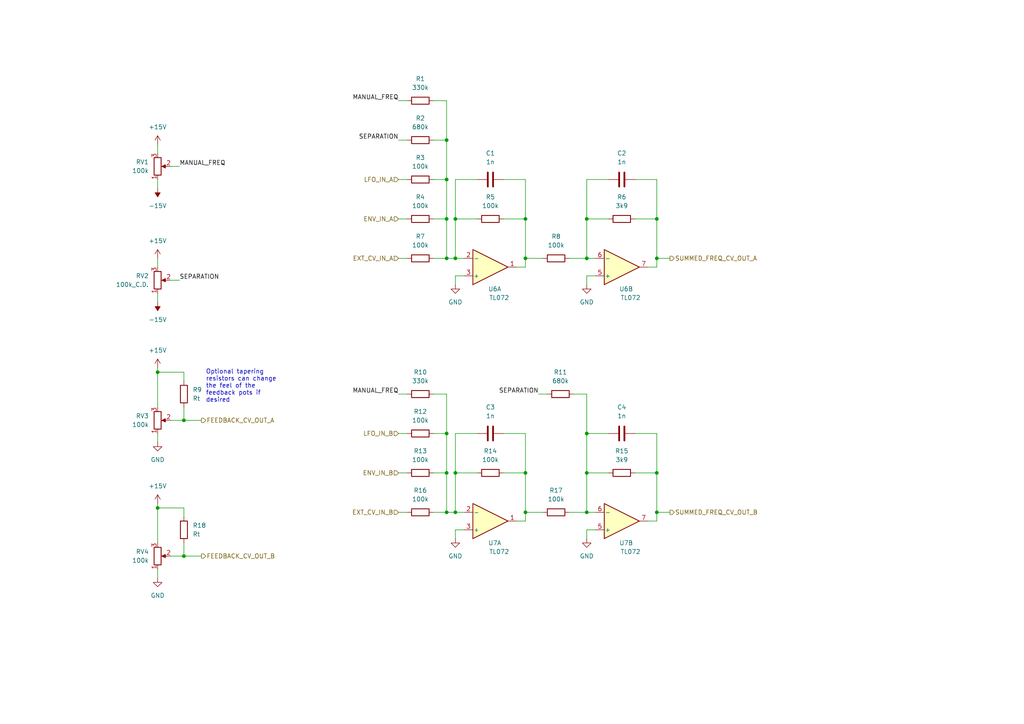
<source format=kicad_sch>
(kicad_sch (version 20211123) (generator eeschema)
  (paper "A4")
  (title_block (title "M.S.M. Stereo Lowpass Filter Pedal") (date "2022-06-16") (rev "0") (comment 2 "creativecommons.org/licenses/by/4.0") (comment 3 "License: CC by 4.0") (comment 4 "Author: Jordan Aceto"))
  (lib_symbols
    (symbol "Amplifier_Operational:TL072" (pin_names (offset 0.127))
      (property "Reference" "U" (at 0 5.08 0))
      (property "Value" "TL072" (at 0 -5.08 0))
      (symbol "TL072_1_1"
        (polyline (pts (xy -5.08 5.08) (xy 5.08 0) (xy -5.08 -5.08) (xy -5.08 5.08)) (stroke (width 0.254)) (fill (type background)))
        (pin output line (at 7.62 0 180) (length 2.54) (name "~") (number "1"))
        (pin input line (at -7.62 -2.54 0) (length 2.54) (name "-") (number "2"))
        (pin input line (at -7.62 2.54 0) (length 2.54) (name "+") (number "3"))
      )
      (symbol "TL072_2_1"
        (polyline (pts (xy -5.08 5.08) (xy 5.08 0) (xy -5.08 -5.08) (xy -5.08 5.08)) (stroke (width 0.254)) (fill (type background)))
        (pin input line (at -7.62 2.54 0) (length 2.54) (name "+") (number "5"))
        (pin input line (at -7.62 -2.54 0) (length 2.54) (name "-") (number "6"))
        (pin output line (at 7.62 0 180) (length 2.54) (name "~") (number "7"))
      )
      (symbol "TL072_3_1"
        (pin power_in line (at -2.54 -7.62 90) (length 3.81) (name "V-") (number "4"))
        (pin power_in line (at -2.54 7.62 270) (length 3.81) (name "V+") (number "8"))
      )
    )
    (symbol "Device:C" (pin_numbers hide) (pin_names (offset 0.254))
      (property "Reference" "C" (at 0.635 2.54 0))
      (property "Value" "C" (at 0.635 -2.54 0))
      (symbol "C_0_1"
        (polyline (pts (xy -2.032 -0.762) (xy 2.032 -0.762)) (stroke (width 0.508)))
        (polyline (pts (xy -2.032 0.762) (xy 2.032 0.762)) (stroke (width 0.508)))
      )
      (symbol "C_1_1"
        (pin passive line (at 0 3.81 270) (length 2.794) (name "~") (number "1"))
        (pin passive line (at 0 -3.81 90) (length 2.794) (name "~") (number "2"))
      )
    )
    (symbol "Device:R" (pin_numbers hide) (pin_names (offset 0))
      (property "Reference" "R" (at 2.032 0 90))
      (property "Value" "R" (at 0 0 90))
      (symbol "R_0_1"
        (rectangle (start -1.016 -2.54) (end 1.016 2.54) (stroke (width 0.254)))
      )
      (symbol "R_1_1"
        (pin passive line (at 0 3.81 270) (length 1.27) (name "~") (number "1"))
        (pin passive line (at 0 -3.81 90) (length 1.27) (name "~") (number "2"))
      )
    )
    (symbol "Device:R_Potentiometer" (pin_names (offset 1.016) hide)
      (property "Reference" "RV" (at -4.445 0 90))
      (property "Value" "R_Potentiometer" (at -2.54 0 90))
      (symbol "R_Potentiometer_0_1"
        (polyline (pts (xy 2.54 0) (xy 1.524 0)))
        (polyline (pts (xy 1.143 0) (xy 2.286 0.508) (xy 2.286 -0.508) (xy 1.143 0)) (fill (type outline)))
        (rectangle (start 1.016 2.54) (end -1.016 -2.54) (stroke (width 0.254)))
      )
      (symbol "R_Potentiometer_1_1"
        (pin passive line (at 0 3.81 270) (length 1.27) (name "1") (number "1"))
        (pin passive line (at 3.81 0 180) (length 1.27) (name "2") (number "2"))
        (pin passive line (at 0 -3.81 90) (length 1.27) (name "3") (number "3"))
      )
    )
    (symbol "power:+15V" (power) (pin_names (offset 0))
      (property "Value" "+15V" (at 0 3.556 0))
      (symbol "+15V_0_1"
        (polyline (pts (xy -0.762 1.27) (xy 0 2.54)))
        (polyline (pts (xy 0 0) (xy 0 2.54)))
        (polyline (pts (xy 0 2.54) (xy 0.762 1.27)))
      )
      (symbol "+15V_1_1"
        (pin power_in line (at 0 0 90) (length 0) hide (name "+15V") (number "1"))
      )
    )
    (symbol "power:-15V" (power) (pin_names (offset 0))
      (property "Value" "-15V" (at 0 3.81 0))
      (symbol "-15V_0_0"
        (pin power_in line (at 0 0 90) (length 0) hide (name "-15V") (number "1"))
      )
      (symbol "-15V_0_1"
        (polyline (pts (xy 0 0) (xy 0 1.27) (xy 0.762 1.27) (xy 0 2.54) (xy -0.762 1.27) (xy 0 1.27)) (fill (type outline)))
      )
    )
    (symbol "power:GND" (power) (pin_names (offset 0))
      (property "Value" "GND" (at 0 -3.81 0))
      (symbol "GND_0_1"
        (polyline (pts (xy 0 0) (xy 0 -1.27) (xy 1.27 -1.27) (xy 0 -2.54) (xy -1.27 -1.27) (xy 0 -1.27)))
      )
      (symbol "GND_1_1"
        (pin power_in line (at 0 0 270) (length 0) hide (name "GND") (number "1"))
      )
    )
  )
  (junction (at 132.08 137.16))
  (junction (at 129.54 125.73))
  (junction (at 132.08 63.5))
  (junction (at 152.4 148.59))
  (junction (at 152.4 137.16))
  (junction (at 129.54 148.59))
  (junction (at 132.08 148.59))
  (junction (at 190.5 137.16))
  (junction (at 190.5 63.5))
  (junction (at 129.54 52.07))
  (junction (at 170.18 125.73))
  (junction (at 170.18 148.59))
  (junction (at 170.18 63.5))
  (junction (at 53.34 121.92))
  (junction (at 170.18 137.16))
  (junction (at 190.5 148.59))
  (junction (at 132.08 74.93))
  (junction (at 129.54 137.16))
  (junction (at 170.18 74.93))
  (junction (at 129.54 63.5))
  (junction (at 129.54 40.64))
  (junction (at 129.54 74.93))
  (junction (at 45.72 107.95))
  (junction (at 45.72 147.32))
  (junction (at 53.34 161.29))
  (junction (at 152.4 63.5))
  (junction (at 152.4 74.93))
  (junction (at 190.5 74.93))
  (wire (pts (xy 129.54 114.3) (xy 129.54 125.73)))
  (wire (pts (xy 166.37 114.3) (xy 170.18 114.3)))
  (wire (pts (xy 132.08 80.01) (xy 134.62 80.01)))
  (wire (pts (xy 152.4 148.59) (xy 152.4 151.13)))
  (wire (pts (xy 170.18 114.3) (xy 170.18 125.73)))
  (wire (pts (xy 125.73 63.5) (xy 129.54 63.5)))
  (wire (pts (xy 132.08 63.5) (xy 138.43 63.5)))
  (wire (pts (xy 146.05 125.73) (xy 152.4 125.73)))
  (wire (pts (xy 187.96 77.47) (xy 190.5 77.47)))
  (wire (pts (xy 190.5 74.93) (xy 194.31 74.93)))
  (wire (pts (xy 187.96 151.13) (xy 190.5 151.13)))
  (wire (pts (xy 53.34 161.29) (xy 53.34 157.48)))
  (wire (pts (xy 190.5 148.59) (xy 190.5 137.16)))
  (wire (pts (xy 53.34 161.29) (xy 58.42 161.29)))
  (wire (pts (xy 170.18 82.55) (xy 170.18 80.01)))
  (wire (pts (xy 132.08 148.59) (xy 132.08 137.16)))
  (wire (pts (xy 129.54 137.16) (xy 129.54 148.59)))
  (wire (pts (xy 49.53 48.26) (xy 52.07 48.26)))
  (wire (pts (xy 149.86 151.13) (xy 152.4 151.13)))
  (wire (pts (xy 152.4 63.5) (xy 146.05 63.5)))
  (wire (pts (xy 132.08 137.16) (xy 138.43 137.16)))
  (wire (pts (xy 157.48 148.59) (xy 152.4 148.59)))
  (wire (pts (xy 157.48 74.93) (xy 152.4 74.93)))
  (wire (pts (xy 146.05 52.07) (xy 152.4 52.07)))
  (wire (pts (xy 45.72 74.93) (xy 45.72 77.47)))
  (wire (pts (xy 129.54 29.21) (xy 129.54 40.64)))
  (wire (pts (xy 115.57 148.59) (xy 118.11 148.59)))
  (wire (pts (xy 132.08 156.21) (xy 132.08 153.67)))
  (wire (pts (xy 53.34 147.32) (xy 45.72 147.32)))
  (wire (pts (xy 152.4 137.16) (xy 152.4 148.59)))
  (wire (pts (xy 190.5 125.73) (xy 190.5 137.16)))
  (wire (pts (xy 129.54 63.5) (xy 129.54 74.93)))
  (wire (pts (xy 49.53 121.92) (xy 53.34 121.92)))
  (wire (pts (xy 45.72 85.09) (xy 45.72 87.63)))
  (wire (pts (xy 125.73 40.64) (xy 129.54 40.64)))
  (wire (pts (xy 125.73 148.59) (xy 129.54 148.59)))
  (wire (pts (xy 45.72 147.32) (xy 45.72 157.48)))
  (wire (pts (xy 129.54 125.73) (xy 129.54 137.16)))
  (wire (pts (xy 49.53 161.29) (xy 53.34 161.29)))
  (wire (pts (xy 125.73 114.3) (xy 129.54 114.3)))
  (wire (pts (xy 190.5 74.93) (xy 190.5 63.5)))
  (wire (pts (xy 152.4 74.93) (xy 152.4 77.47)))
  (wire (pts (xy 53.34 110.49) (xy 53.34 107.95)))
  (wire (pts (xy 132.08 63.5) (xy 132.08 52.07)))
  (wire (pts (xy 170.18 63.5) (xy 176.53 63.5)))
  (wire (pts (xy 170.18 148.59) (xy 172.72 148.59)))
  (wire (pts (xy 125.73 137.16) (xy 129.54 137.16)))
  (wire (pts (xy 125.73 74.93) (xy 129.54 74.93)))
  (wire (pts (xy 132.08 52.07) (xy 138.43 52.07)))
  (wire (pts (xy 152.4 137.16) (xy 146.05 137.16)))
  (wire (pts (xy 53.34 107.95) (xy 45.72 107.95)))
  (wire (pts (xy 45.72 146.05) (xy 45.72 147.32)))
  (wire (pts (xy 129.54 52.07) (xy 129.54 63.5)))
  (wire (pts (xy 152.4 125.73) (xy 152.4 137.16)))
  (wire (pts (xy 132.08 125.73) (xy 138.43 125.73)))
  (wire (pts (xy 170.18 74.93) (xy 172.72 74.93)))
  (wire (pts (xy 125.73 29.21) (xy 129.54 29.21)))
  (wire (pts (xy 125.73 125.73) (xy 129.54 125.73)))
  (wire (pts (xy 115.57 137.16) (xy 118.11 137.16)))
  (wire (pts (xy 129.54 40.64) (xy 129.54 52.07)))
  (wire (pts (xy 45.72 125.73) (xy 45.72 128.27)))
  (wire (pts (xy 115.57 63.5) (xy 118.11 63.5)))
  (wire (pts (xy 170.18 63.5) (xy 170.18 74.93)))
  (wire (pts (xy 156.21 114.3) (xy 158.75 114.3)))
  (wire (pts (xy 115.57 29.21) (xy 118.11 29.21)))
  (wire (pts (xy 53.34 121.92) (xy 58.42 121.92)))
  (wire (pts (xy 152.4 52.07) (xy 152.4 63.5)))
  (wire (pts (xy 190.5 151.13) (xy 190.5 148.59)))
  (wire (pts (xy 149.86 77.47) (xy 152.4 77.47)))
  (wire (pts (xy 170.18 80.01) (xy 172.72 80.01)))
  (wire (pts (xy 165.1 148.59) (xy 170.18 148.59)))
  (wire (pts (xy 129.54 74.93) (xy 132.08 74.93)))
  (wire (pts (xy 170.18 156.21) (xy 170.18 153.67)))
  (wire (pts (xy 45.72 52.07) (xy 45.72 54.61)))
  (wire (pts (xy 45.72 165.1) (xy 45.72 167.64)))
  (wire (pts (xy 132.08 148.59) (xy 134.62 148.59)))
  (wire (pts (xy 170.18 52.07) (xy 176.53 52.07)))
  (wire (pts (xy 190.5 63.5) (xy 184.15 63.5)))
  (wire (pts (xy 115.57 52.07) (xy 118.11 52.07)))
  (wire (pts (xy 49.53 81.28) (xy 52.07 81.28)))
  (wire (pts (xy 190.5 77.47) (xy 190.5 74.93)))
  (wire (pts (xy 132.08 137.16) (xy 132.08 125.73)))
  (wire (pts (xy 184.15 125.73) (xy 190.5 125.73)))
  (wire (pts (xy 170.18 52.07) (xy 170.18 63.5)))
  (wire (pts (xy 170.18 125.73) (xy 170.18 137.16)))
  (wire (pts (xy 170.18 125.73) (xy 176.53 125.73)))
  (wire (pts (xy 132.08 74.93) (xy 134.62 74.93)))
  (wire (pts (xy 45.72 106.68) (xy 45.72 107.95)))
  (wire (pts (xy 115.57 125.73) (xy 118.11 125.73)))
  (wire (pts (xy 190.5 137.16) (xy 184.15 137.16)))
  (wire (pts (xy 170.18 137.16) (xy 176.53 137.16)))
  (wire (pts (xy 115.57 114.3) (xy 118.11 114.3)))
  (wire (pts (xy 184.15 52.07) (xy 190.5 52.07)))
  (wire (pts (xy 170.18 137.16) (xy 170.18 148.59)))
  (wire (pts (xy 115.57 40.64) (xy 118.11 40.64)))
  (wire (pts (xy 132.08 153.67) (xy 134.62 153.67)))
  (wire (pts (xy 45.72 107.95) (xy 45.72 118.11)))
  (wire (pts (xy 165.1 74.93) (xy 170.18 74.93)))
  (wire (pts (xy 132.08 74.93) (xy 132.08 63.5)))
  (wire (pts (xy 53.34 121.92) (xy 53.34 118.11)))
  (wire (pts (xy 190.5 148.59) (xy 194.31 148.59)))
  (wire (pts (xy 125.73 52.07) (xy 129.54 52.07)))
  (wire (pts (xy 129.54 148.59) (xy 132.08 148.59)))
  (wire (pts (xy 115.57 74.93) (xy 118.11 74.93)))
  (wire (pts (xy 53.34 149.86) (xy 53.34 147.32)))
  (wire (pts (xy 45.72 41.91) (xy 45.72 44.45)))
  (wire (pts (xy 190.5 52.07) (xy 190.5 63.5)))
  (wire (pts (xy 132.08 82.55) (xy 132.08 80.01)))
  (wire (pts (xy 170.18 153.67) (xy 172.72 153.67)))
  (wire (pts (xy 152.4 63.5) (xy 152.4 74.93)))
  (text "Optional tapering\nresistors can change\nthe feel of the\nfeedback pots if\ndesired" (at 59.69 116.84 0) (effects (font (size 1.27 1.27)) (justify left bottom)))
  (label "SEPARATION" (at 115.57 40.64 180))
  (label "SEPARATION" (at 156.21 114.3 180))
  (label "SEPARATION" (at 52.07 81.28 0))
  (label "MANUAL_FREQ" (at 52.07 48.26 0))
  (label "MANUAL_FREQ" (at 115.57 29.21 180))
  (label "MANUAL_FREQ" (at 115.57 114.3 180))
  (hierarchical_label "ENV_IN_A" (shape input) (at 115.57 63.5 180))
  (hierarchical_label "FEEDBACK_CV_OUT_B" (shape output) (at 58.42 161.29 0))
  (hierarchical_label "SUMMED_FREQ_CV_OUT_B" (shape output) (at 194.31 148.59 0))
  (hierarchical_label "FEEDBACK_CV_OUT_A" (shape output) (at 58.42 121.92 0))
  (hierarchical_label "EXT_CV_IN_B" (shape input) (at 115.57 148.59 180))
  (hierarchical_label "ENV_IN_B" (shape input) (at 115.57 137.16 180))
  (hierarchical_label "EXT_CV_IN_A" (shape input) (at 115.57 74.93 180))
  (hierarchical_label "SUMMED_FREQ_CV_OUT_A" (shape output) (at 194.31 74.93 0))
  (hierarchical_label "LFO_IN_B" (shape input) (at 115.57 125.73 180))
  (hierarchical_label "LFO_IN_A" (shape input) (at 115.57 52.07 180))
  (symbol (lib_id "Device:R_Potentiometer") (at 45.72 121.92 0) (mirror x) (unit 1)
    (property "Reference" "RV3" (at 43.18 120.6499 0) (effects (justify right)))
    (property "Value" "100k" (at 43.18 123.1899 0) (effects (justify right)))
    (property "Footprint" "Potentiometer_THT:Potentiometer_Alpha_RD901F-40-00D_Single_Vertical" (effects hide))
  )
  (symbol (lib_id "Device:R_Potentiometer") (at 45.72 161.29 0) (mirror x) (unit 1)
    (property "Reference" "RV4" (at 43.18 160.0199 0) (effects (justify right)))
    (property "Value" "100k" (at 43.18 162.5599 0) (effects (justify right)))
    (property "Footprint" "Potentiometer_THT:Potentiometer_Alpha_RD901F-40-00D_Single_Vertical" (effects hide))
  )
  (symbol (lib_id "power:-15V") (at 45.72 87.63 180) (unit 1)
    (property "Reference" "#PWR05" (effects hide))
    (property "Value" "-15V" (at 45.72 92.71 0))
  )
  (symbol (lib_id "Device:R_Potentiometer") (at 45.72 81.28 0) (mirror x) (unit 1)
    (property "Reference" "RV2" (at 43.18 80.0099 0) (effects (justify right)))
    (property "Value" "100k_C.D." (at 43.18 82.5499 0) (effects (justify right)))
    (property "Footprint" "Potentiometer_THT:Potentiometer_Alpha_RD901F-40-00D_Single_Vertical" (effects hide))
  )
  (symbol (lib_id "Device:R") (at 121.92 52.07 90) (unit 1)
    (property "Reference" "R3" (at 121.92 45.72 90))
    (property "Value" "100k" (at 121.92 48.26 90))
    (property "Footprint" "Resistor_SMD:R_0805_2012Metric" (effects hide))
  )
  (symbol (lib_id "power:+15V") (at 45.72 106.68 0) (unit 1)
    (property "Reference" "#PWR08" (effects hide))
    (property "Value" "+15V" (at 45.72 101.6 0))
  )
  (symbol (lib_id "Device:R") (at 142.24 63.5 90) (unit 1)
    (property "Reference" "R5" (at 142.24 57.15 90))
    (property "Value" "100k" (at 142.24 59.69 90))
    (property "Footprint" "Resistor_SMD:R_0805_2012Metric" (effects hide))
  )
  (symbol (lib_id "Device:R") (at 121.92 74.93 90) (unit 1)
    (property "Reference" "R7" (at 121.92 68.58 90))
    (property "Value" "100k" (at 121.92 71.12 90))
    (property "Footprint" "Resistor_SMD:R_0805_2012Metric" (effects hide))
  )
  (symbol (lib_id "Device:R") (at 121.92 40.64 90) (unit 1)
    (property "Reference" "R2" (at 121.92 34.29 90))
    (property "Value" "680k" (at 121.92 36.83 90))
    (property "Footprint" "Resistor_SMD:R_0805_2012Metric" (effects hide))
  )
  (symbol (lib_id "Device:R") (at 121.92 148.59 90) (unit 1)
    (property "Reference" "R16" (at 121.92 142.24 90))
    (property "Value" "100k" (at 121.92 144.78 90))
    (property "Footprint" "Resistor_SMD:R_0805_2012Metric" (effects hide))
  )
  (symbol (lib_id "power:+15V") (at 45.72 41.91 0) (unit 1)
    (property "Reference" "#PWR02" (effects hide))
    (property "Value" "+15V" (at 45.72 36.83 0))
  )
  (symbol (lib_id "power:GND") (at 45.72 128.27 0) (unit 1)
    (property "Reference" "#PWR010" (effects hide))
    (property "Value" "GND" (at 45.72 133.35 0))
  )
  (symbol (lib_id "power:GND") (at 45.72 167.64 0) (unit 1)
    (property "Reference" "#PWR014" (effects hide))
    (property "Value" "GND" (at 45.72 172.72 0))
  )
  (symbol (lib_id "Device:R") (at 121.92 125.73 90) (unit 1)
    (property "Reference" "R12" (at 121.92 119.38 90))
    (property "Value" "100k" (at 121.92 121.92 90))
    (property "Footprint" "Resistor_SMD:R_0805_2012Metric" (effects hide))
  )
  (symbol (lib_id "Device:R") (at 53.34 114.3 0) (unit 1)
    (property "Reference" "R9" (at 55.88 113.0299 0) (effects (justify left)))
    (property "Value" "Rt" (at 55.88 115.5699 0) (effects (justify left)))
    (property "Footprint" "Resistor_SMD:R_0805_2012Metric" (effects hide))
  )
  (symbol (lib_id "Device:C") (at 142.24 125.73 90) (unit 1)
    (property "Reference" "C3" (at 142.24 118.11 90))
    (property "Value" "1n" (at 142.24 120.65 90))
    (property "Footprint" "Capacitor_SMD:C_0805_2012Metric" (effects hide))
  )
  (symbol (lib_id "Device:R") (at 161.29 148.59 90) (unit 1)
    (property "Reference" "R17" (at 161.29 142.24 90))
    (property "Value" "100k" (at 161.29 144.78 90))
    (property "Footprint" "Resistor_SMD:R_0805_2012Metric" (effects hide))
  )
  (symbol (lib_id "Device:C") (at 180.34 52.07 90) (unit 1)
    (property "Reference" "C2" (at 180.34 44.45 90))
    (property "Value" "1n" (at 180.34 46.99 90))
    (property "Footprint" "Capacitor_SMD:C_0805_2012Metric" (effects hide))
  )
  (symbol (lib_id "power:+15V") (at 45.72 146.05 0) (unit 1)
    (property "Reference" "#PWR09" (effects hide))
    (property "Value" "+15V" (at 45.72 140.97 0))
  )
  (symbol (lib_id "Amplifier_Operational:TL072") (at 180.34 151.13 0) (mirror x) (unit 2)
    (property "Reference" "U7" (at 181.61 157.48 0))
    (property "Value" "TL072" (at 182.88 160.02 0))
    (property "Footprint" "Package_SO:SOIC-8_3.9x4.9mm_P1.27mm" (effects hide))
    (property "Datasheet" "http://www.ti.com/lit/ds/symlink/tl071.pdf" (effects hide))
  )
  (symbol (lib_id "Device:R") (at 121.92 137.16 90) (unit 1)
    (property "Reference" "R13" (at 121.92 130.81 90))
    (property "Value" "100k" (at 121.92 133.35 90))
    (property "Footprint" "Resistor_SMD:R_0805_2012Metric" (effects hide))
  )
  (symbol (lib_id "Amplifier_Operational:TL072") (at 180.34 77.47 0) (mirror x) (unit 2)
    (property "Reference" "U6" (at 181.61 83.82 0))
    (property "Value" "TL072" (at 182.88 86.36 0))
    (property "Footprint" "Package_SO:SOIC-8_3.9x4.9mm_P1.27mm" (effects hide))
    (property "Datasheet" "http://www.ti.com/lit/ds/symlink/tl071.pdf" (effects hide))
  )
  (symbol (lib_id "Device:R") (at 142.24 137.16 90) (unit 1)
    (property "Reference" "R14" (at 142.24 130.81 90))
    (property "Value" "100k" (at 142.24 133.35 90))
    (property "Footprint" "Resistor_SMD:R_0805_2012Metric" (effects hide))
  )
  (symbol (lib_id "power:GND") (at 170.18 82.55 0) (unit 1)
    (property "Reference" "#PWR07" (effects hide))
    (property "Value" "GND" (at 170.18 87.63 0))
  )
  (symbol (lib_id "Amplifier_Operational:TL072") (at 142.24 151.13 0) (mirror x) (unit 1)
    (property "Reference" "U7" (at 143.51 157.48 0))
    (property "Value" "TL072" (at 144.78 160.02 0))
    (property "Footprint" "Package_SO:SOIC-8_3.9x4.9mm_P1.27mm" (effects hide))
    (property "Datasheet" "http://www.ti.com/lit/ds/symlink/tl071.pdf" (effects hide))
  )
  (symbol (lib_id "Device:C") (at 180.34 125.73 90) (unit 1)
    (property "Reference" "C4" (at 180.34 118.11 90))
    (property "Value" "1n" (at 180.34 120.65 90))
    (property "Footprint" "Capacitor_SMD:C_0805_2012Metric" (effects hide))
  )
  (symbol (lib_id "Device:R") (at 162.56 114.3 90) (unit 1)
    (property "Reference" "R11" (at 162.56 107.95 90))
    (property "Value" "680k" (at 162.56 110.49 90))
    (property "Footprint" "Resistor_SMD:R_0805_2012Metric" (effects hide))
  )
  (symbol (lib_id "Device:R") (at 121.92 63.5 90) (unit 1)
    (property "Reference" "R4" (at 121.92 57.15 90))
    (property "Value" "100k" (at 121.92 59.69 90))
    (property "Footprint" "Resistor_SMD:R_0805_2012Metric" (effects hide))
  )
  (symbol (lib_id "Device:R") (at 121.92 114.3 90) (unit 1)
    (property "Reference" "R10" (at 121.92 107.95 90))
    (property "Value" "330k" (at 121.92 110.49 90))
    (property "Footprint" "Resistor_SMD:R_0805_2012Metric" (effects hide))
  )
  (symbol (lib_id "power:GND") (at 132.08 82.55 0) (unit 1)
    (property "Reference" "#PWR06" (effects hide))
    (property "Value" "GND" (at 132.08 87.63 0))
  )
  (symbol (lib_id "Device:C") (at 142.24 52.07 90) (unit 1)
    (property "Reference" "C1" (at 142.24 44.45 90))
    (property "Value" "1n" (at 142.24 46.99 90))
    (property "Footprint" "Capacitor_SMD:C_0805_2012Metric" (effects hide))
  )
  (symbol (lib_id "Device:R") (at 180.34 63.5 90) (unit 1)
    (property "Reference" "R6" (at 180.34 57.15 90))
    (property "Value" "3k9" (at 180.34 59.69 90))
    (property "Footprint" "Resistor_SMD:R_0805_2012Metric" (effects hide))
  )
  (symbol (lib_id "Amplifier_Operational:TL072") (at 142.24 77.47 0) (mirror x) (unit 1)
    (property "Reference" "U6" (at 143.51 83.82 0))
    (property "Value" "TL072" (at 144.78 86.36 0))
    (property "Footprint" "Package_SO:SOIC-8_3.9x4.9mm_P1.27mm" (effects hide))
    (property "Datasheet" "http://www.ti.com/lit/ds/symlink/tl071.pdf" (effects hide))
  )
  (symbol (lib_id "Device:R_Potentiometer") (at 45.72 48.26 0) (mirror x) (unit 1)
    (property "Reference" "RV1" (at 43.18 46.9899 0) (effects (justify right)))
    (property "Value" "100k" (at 43.18 49.5299 0) (effects (justify right)))
    (property "Footprint" "Potentiometer_THT:Potentiometer_Alpha_RD901F-40-00D_Single_Vertical" (effects hide))
  )
  (symbol (lib_id "power:GND") (at 170.18 156.21 0) (unit 1)
    (property "Reference" "#PWR013" (effects hide))
    (property "Value" "GND" (at 170.18 161.29 0))
  )
  (symbol (lib_id "Device:R") (at 180.34 137.16 90) (unit 1)
    (property "Reference" "R15" (at 180.34 130.81 90))
    (property "Value" "3k9" (at 180.34 133.35 90))
    (property "Footprint" "Resistor_SMD:R_0805_2012Metric" (effects hide))
  )
  (symbol (lib_id "power:-15V") (at 45.72 54.61 180) (unit 1)
    (property "Reference" "#PWR03" (effects hide))
    (property "Value" "-15V" (at 45.72 59.69 0))
  )
  (symbol (lib_id "Device:R") (at 53.34 153.67 0) (unit 1)
    (property "Reference" "R18" (at 55.88 152.3999 0) (effects (justify left)))
    (property "Value" "Rt" (at 55.88 154.9399 0) (effects (justify left)))
    (property "Footprint" "Resistor_SMD:R_0805_2012Metric" (effects hide))
  )
  (symbol (lib_id "power:GND") (at 132.08 156.21 0) (unit 1)
    (property "Reference" "#PWR012" (effects hide))
    (property "Value" "GND" (at 132.08 161.29 0))
  )
  (symbol (lib_id "Device:R") (at 121.92 29.21 90) (unit 1)
    (property "Reference" "R1" (at 121.92 22.86 90))
    (property "Value" "330k" (at 121.92 25.4 90))
    (property "Footprint" "Resistor_SMD:R_0805_2012Metric" (effects hide))
  )
  (symbol (lib_id "Device:R") (at 161.29 74.93 90) (unit 1)
    (property "Reference" "R8" (at 161.29 68.58 90))
    (property "Value" "100k" (at 161.29 71.12 90))
    (property "Footprint" "Resistor_SMD:R_0805_2012Metric" (effects hide))
  )
  (symbol (lib_id "power:+15V") (at 45.72 74.93 0) (unit 1)
    (property "Reference" "#PWR04" (effects hide))
    (property "Value" "+15V" (at 45.72 69.85 0))
  )
)
</source>
